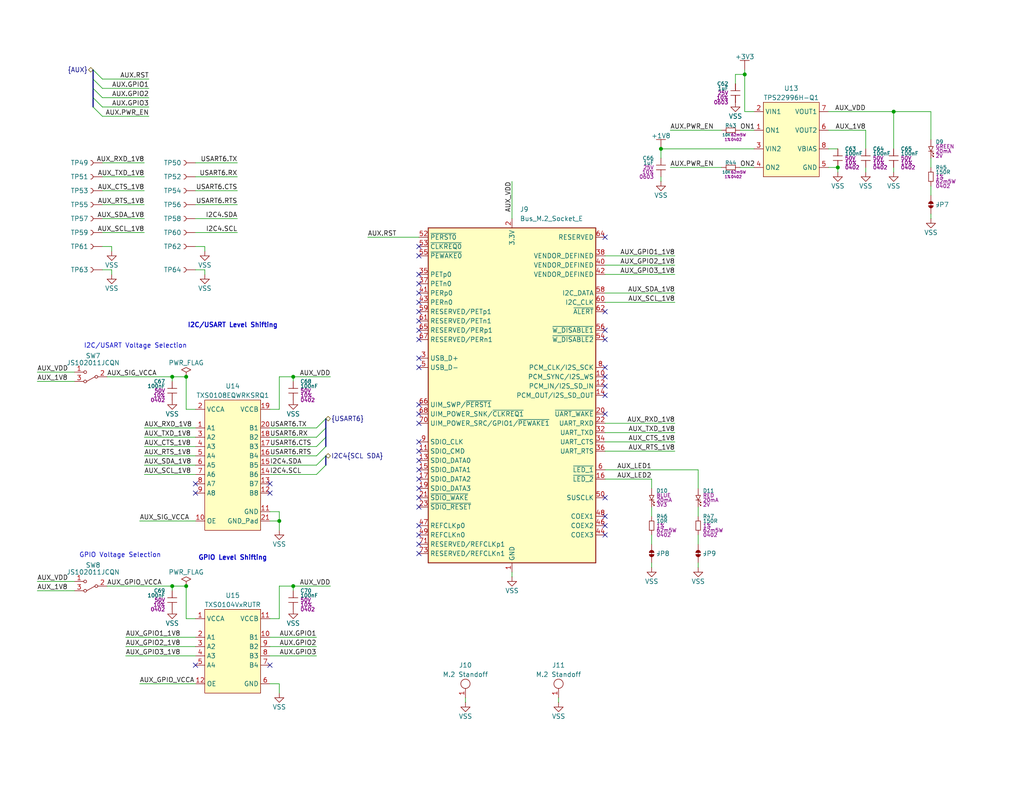
<source format=kicad_sch>
(kicad_sch (version 20250114) (generator "eeschema") (generator_version "9.0")
  (paper "USLetter")
  (title_block (title "Auxillary M.2 Card") (date "2025-03-15") (rev "1") (comment 2 "PROTOTYPE") (comment 3 "2025"))
  (text "GPIO Voltage Selection" (at 21.59 152.4 0) (effects (font (size 1.27 1.27)) (justify left bottom)))
  (text "I2C/USART Level Shifting" (at 63.5 88.9 0) (effects (font (size 1.27 1.27) (thickness 0.254) (bold yes))))
  (text "I2C/USART Voltage Selection" (at 22.86 95.25 0) (effects (font (size 1.27 1.27)) (justify left bottom)))
  (text "GPIO Level Shifting" (at 63.5 152.4 0) (effects (font (size 1.27 1.27) (thickness 0.254) (bold yes))))
  (junction (at 76.2 142.24))
  (junction (at 46.99 102.87))
  (junction (at 243.84 30.48))
  (junction (at 46.99 160.02))
  (junction (at 180.34 40.64))
  (junction (at 50.8 102.87))
  (junction (at 50.8 160.02))
  (junction (at 80.01 102.87))
  (junction (at 228.6 45.72))
  (junction (at 80.01 160.02))
  (junction (at 203.2 20.32))
  (no_connect (at 165.1 107.95))
  (no_connect (at 165.1 105.41))
  (no_connect (at 165.1 85.09))
  (no_connect (at 165.1 64.77))
  (no_connect (at 73.66 134.62))
  (no_connect (at 165.1 146.05))
  (no_connect (at 114.3 110.49))
  (no_connect (at 165.1 92.71))
  (no_connect (at 114.3 148.59))
  (no_connect (at 165.1 143.51))
  (no_connect (at 114.3 138.43))
  (no_connect (at 114.3 74.93))
  (no_connect (at 53.34 132.08))
  (no_connect (at 165.1 140.97))
  (no_connect (at 114.3 100.33))
  (no_connect (at 114.3 77.47))
  (no_connect (at 114.3 69.85))
  (no_connect (at 114.3 90.17))
  (no_connect (at 165.1 100.33))
  (no_connect (at 114.3 120.65))
  (no_connect (at 114.3 123.19))
  (no_connect (at 114.3 87.63))
  (no_connect (at 114.3 113.03))
  (no_connect (at 114.3 151.13))
  (no_connect (at 73.66 181.61))
  (no_connect (at 114.3 125.73))
  (no_connect (at 114.3 133.35))
  (no_connect (at 165.1 113.03))
  (no_connect (at 114.3 130.81))
  (no_connect (at 114.3 128.27))
  (no_connect (at 114.3 146.05))
  (no_connect (at 73.66 132.08))
  (no_connect (at 53.34 134.62))
  (no_connect (at 114.3 82.55))
  (no_connect (at 114.3 135.89))
  (no_connect (at 114.3 115.57))
  (no_connect (at 53.34 181.61))
  (no_connect (at 114.3 80.01))
  (no_connect (at 114.3 67.31))
  (no_connect (at 165.1 90.17))
  (no_connect (at 114.3 92.71))
  (no_connect (at 114.3 85.09))
  (no_connect (at 114.3 97.79))
  (no_connect (at 165.1 135.89))
  (no_connect (at 114.3 143.51))
  (no_connect (at 165.1 102.87))
  (bus_entry (at 86.36 121.92) (size 2.54 -2.54))
  (bus_entry (at 27.94 31.75) (size -2.54 -2.54))
  (bus_entry (at 27.94 21.59) (size -2.54 -2.54))
  (bus_entry (at 86.36 119.38) (size 2.54 -2.54))
  (bus_entry (at 86.36 124.46) (size 2.54 -2.54))
  (bus_entry (at 86.36 127) (size 2.54 -2.54))
  (bus_entry (at 86.36 116.84) (size 2.54 -2.54))
  (bus_entry (at 27.94 24.13) (size -2.54 -2.54))
  (bus_entry (at 27.94 29.21) (size -2.54 -2.54))
  (bus_entry (at 27.94 26.67) (size -2.54 -2.54))
  (bus_entry (at 86.36 129.54) (size 2.54 -2.54))
  (wire (pts (xy 27.94 31.75) (xy 40.64 31.75)))
  (wire (pts (xy 228.6 46.99) (xy 228.6 45.72)))
  (wire (pts (xy 73.66 129.54) (xy 86.36 129.54)))
  (wire (pts (xy 243.84 30.48) (xy 243.84 40.64)))
  (bus (pts (xy 25.4 26.67) (xy 25.4 29.21)))
  (wire (pts (xy 64.77 55.88) (xy 53.34 55.88)))
  (wire (pts (xy 76.2 160.02) (xy 76.2 168.91)))
  (wire (pts (xy 243.84 30.48) (xy 254 30.48)))
  (wire (pts (xy 180.34 40.64) (xy 180.34 43.18)))
  (wire (pts (xy 228.6 45.72) (xy 226.06 45.72)))
  (wire (pts (xy 50.8 111.76) (xy 53.34 111.76)))
  (wire (pts (xy 180.34 48.26) (xy 180.34 49.53)))
  (wire (pts (xy 76.2 144.78) (xy 76.2 142.24)))
  (wire (pts (xy 236.22 35.56) (xy 236.22 40.64)))
  (wire (pts (xy 177.8 130.81) (xy 165.1 130.81)))
  (bus (pts (xy 25.4 24.13) (xy 25.4 26.67)))
  (wire (pts (xy 55.88 67.31) (xy 53.34 67.31)))
  (wire (pts (xy 203.2 20.32) (xy 203.2 30.48)))
  (bus (pts (xy 88.9 116.84) (xy 88.9 119.38)))
  (wire (pts (xy 38.1 142.24) (xy 53.34 142.24)))
  (wire (pts (xy 46.99 104.14) (xy 46.99 102.87)))
  (bus (pts (xy 88.9 119.38) (xy 88.9 121.92)))
  (bus (pts (xy 25.4 21.59) (xy 25.4 24.13)))
  (wire (pts (xy 86.36 176.53) (xy 73.66 176.53)))
  (wire (pts (xy 64.77 63.5) (xy 53.34 63.5)))
  (wire (pts (xy 90.17 160.02) (xy 80.01 160.02)))
  (wire (pts (xy 165.1 69.85) (xy 184.15 69.85)))
  (wire (pts (xy 165.1 82.55) (xy 184.15 82.55)))
  (wire (pts (xy 73.66 142.24) (xy 76.2 142.24)))
  (wire (pts (xy 177.8 138.43) (xy 177.8 140.97)))
  (wire (pts (xy 39.37 48.26) (xy 27.94 48.26)))
  (wire (pts (xy 39.37 55.88) (xy 27.94 55.88)))
  (wire (pts (xy 203.2 30.48) (xy 205.74 30.48)))
  (wire (pts (xy 39.37 52.07) (xy 27.94 52.07)))
  (wire (pts (xy 39.37 116.84) (xy 53.34 116.84)))
  (wire (pts (xy 30.48 73.66) (xy 27.94 73.66)))
  (wire (pts (xy 76.2 102.87) (xy 76.2 111.76)))
  (wire (pts (xy 40.64 29.21) (xy 27.94 29.21)))
  (wire (pts (xy 127 190.5) (xy 127 191.77)))
  (wire (pts (xy 190.5 153.67) (xy 190.5 154.94)))
  (wire (pts (xy 86.36 179.07) (xy 73.66 179.07)))
  (wire (pts (xy 64.77 48.26) (xy 53.34 48.26)))
  (wire (pts (xy 64.77 52.07) (xy 53.34 52.07)))
  (wire (pts (xy 53.34 179.07) (xy 34.29 179.07)))
  (wire (pts (xy 30.48 68.58) (xy 30.48 67.31)))
  (wire (pts (xy 46.99 161.29) (xy 46.99 160.02)))
  (wire (pts (xy 254 30.48) (xy 254 38.1)))
  (wire (pts (xy 73.66 119.38) (xy 86.36 119.38)))
  (wire (pts (xy 177.8 153.67) (xy 177.8 154.94)))
  (wire (pts (xy 165.1 80.01) (xy 184.15 80.01)))
  (wire (pts (xy 55.88 68.58) (xy 55.88 67.31)))
  (wire (pts (xy 64.77 44.45) (xy 53.34 44.45)))
  (wire (pts (xy 10.16 104.14) (xy 20.32 104.14)))
  (wire (pts (xy 73.66 124.46) (xy 86.36 124.46)))
  (wire (pts (xy 64.77 59.69) (xy 53.34 59.69)))
  (wire (pts (xy 165.1 72.39) (xy 184.15 72.39)))
  (wire (pts (xy 201.93 45.72) (xy 205.74 45.72)))
  (wire (pts (xy 254 43.18) (xy 254 45.72)))
  (wire (pts (xy 165.1 120.65) (xy 184.15 120.65)))
  (wire (pts (xy 53.34 173.99) (xy 34.29 173.99)))
  (wire (pts (xy 76.2 168.91) (xy 73.66 168.91)))
  (wire (pts (xy 190.5 138.43) (xy 190.5 140.97)))
  (wire (pts (xy 182.88 35.56) (xy 196.85 35.56)))
  (wire (pts (xy 10.16 161.29) (xy 20.32 161.29)))
  (wire (pts (xy 10.16 158.75) (xy 20.32 158.75)))
  (wire (pts (xy 165.1 118.11) (xy 184.15 118.11)))
  (wire (pts (xy 40.64 26.67) (xy 27.94 26.67)))
  (wire (pts (xy 53.34 127) (xy 39.37 127)))
  (wire (pts (xy 165.1 115.57) (xy 184.15 115.57)))
  (bus (pts (xy 88.9 127) (xy 88.9 124.46)))
  (wire (pts (xy 152.4 190.5) (xy 152.4 191.77)))
  (wire (pts (xy 177.8 133.35) (xy 177.8 130.81)))
  (wire (pts (xy 86.36 173.99) (xy 73.66 173.99)))
  (wire (pts (xy 200.66 20.32) (xy 200.66 22.86)))
  (wire (pts (xy 73.66 186.69) (xy 76.2 186.69)))
  (wire (pts (xy 226.06 35.56) (xy 236.22 35.56)))
  (wire (pts (xy 30.48 67.31) (xy 27.94 67.31)))
  (wire (pts (xy 38.1 186.69) (xy 53.34 186.69)))
  (wire (pts (xy 39.37 124.46) (xy 53.34 124.46)))
  (wire (pts (xy 39.37 63.5) (xy 27.94 63.5)))
  (wire (pts (xy 165.1 128.27) (xy 190.5 128.27)))
  (wire (pts (xy 39.37 44.45) (xy 27.94 44.45)))
  (wire (pts (xy 80.01 104.14) (xy 80.01 102.87)))
  (wire (pts (xy 182.88 45.72) (xy 196.85 45.72)))
  (wire (pts (xy 73.66 121.92) (xy 86.36 121.92)))
  (wire (pts (xy 40.64 21.59) (xy 27.94 21.59)))
  (wire (pts (xy 139.7 156.21) (xy 139.7 157.48)))
  (wire (pts (xy 165.1 74.93) (xy 184.15 74.93)))
  (wire (pts (xy 30.48 74.93) (xy 30.48 73.66)))
  (wire (pts (xy 184.15 123.19) (xy 165.1 123.19)))
  (wire (pts (xy 201.93 35.56) (xy 205.74 35.56)))
  (wire (pts (xy 177.8 146.05) (xy 177.8 148.59)))
  (wire (pts (xy 10.16 101.6) (xy 20.32 101.6)))
  (wire (pts (xy 50.8 160.02) (xy 50.8 168.91)))
  (wire (pts (xy 254 50.8) (xy 254 53.34)))
  (wire (pts (xy 46.99 102.87) (xy 50.8 102.87)))
  (wire (pts (xy 29.21 160.02) (xy 46.99 160.02)))
  (wire (pts (xy 39.37 59.69) (xy 27.94 59.69)))
  (wire (pts (xy 76.2 142.24) (xy 76.2 139.7)))
  (bus (pts (xy 88.9 114.3) (xy 88.9 116.84)))
  (wire (pts (xy 46.99 160.02) (xy 50.8 160.02)))
  (wire (pts (xy 55.88 74.93) (xy 55.88 73.66)))
  (wire (pts (xy 73.66 116.84) (xy 86.36 116.84)))
  (wire (pts (xy 180.34 40.64) (xy 205.74 40.64)))
  (wire (pts (xy 40.64 24.13) (xy 27.94 24.13)))
  (wire (pts (xy 73.66 127) (xy 86.36 127)))
  (wire (pts (xy 50.8 102.87) (xy 50.8 111.76)))
  (wire (pts (xy 203.2 19.05) (xy 203.2 20.32)))
  (bus (pts (xy 25.4 19.05) (xy 25.4 21.59)))
  (wire (pts (xy 226.06 40.64) (xy 228.6 40.64)))
  (wire (pts (xy 39.37 119.38) (xy 53.34 119.38)))
  (wire (pts (xy 100.33 64.77) (xy 114.3 64.77)))
  (wire (pts (xy 90.17 102.87) (xy 80.01 102.87)))
  (wire (pts (xy 190.5 146.05) (xy 190.5 148.59)))
  (wire (pts (xy 200.66 20.32) (xy 203.2 20.32)))
  (wire (pts (xy 80.01 161.29) (xy 80.01 160.02)))
  (wire (pts (xy 226.06 30.48) (xy 243.84 30.48)))
  (wire (pts (xy 243.84 46.99) (xy 243.84 45.72)))
  (wire (pts (xy 76.2 189.23) (xy 76.2 186.69)))
  (wire (pts (xy 76.2 139.7) (xy 73.66 139.7)))
  (wire (pts (xy 50.8 168.91) (xy 53.34 168.91)))
  (wire (pts (xy 55.88 73.66) (xy 53.34 73.66)))
  (wire (pts (xy 39.37 121.92) (xy 53.34 121.92)))
  (wire (pts (xy 53.34 176.53) (xy 34.29 176.53)))
  (wire (pts (xy 29.21 102.87) (xy 46.99 102.87)))
  (wire (pts (xy 80.01 160.02) (xy 76.2 160.02)))
  (wire (pts (xy 139.7 49.53) (xy 139.7 59.69)))
  (wire (pts (xy 80.01 102.87) (xy 76.2 102.87)))
  (wire (pts (xy 190.5 128.27) (xy 190.5 133.35)))
  (wire (pts (xy 53.34 129.54) (xy 39.37 129.54)))
  (wire (pts (xy 236.22 46.99) (xy 236.22 45.72)))
  (wire (pts (xy 254 58.42) (xy 254 59.69)))
  (wire (pts (xy 76.2 111.76) (xy 73.66 111.76)))
  (label "USART6.RX" (at 73.66 119.38 0))
  (label "AUX_CTS_1V8" (at 184.15 120.65 180))
  (label "AUX_RXD_1V8" (at 184.15 115.57 180))
  (label "AUX.PWR_EN" (at 182.88 35.56 0))
  (label "AUX_SDA_1V8" (at 39.37 127 0))
  (label "AUX_GPIO1_1V8" (at 184.15 69.85 180))
  (label "AUX_GPIO3_1V8" (at 184.15 74.93 180))
  (label "AUX.GPIO2" (at 40.64 26.67 180))
  (label "AUX_VDD" (at 139.7 49.53 270))
  (label "AUX_CTS_1V8" (at 39.37 52.07 180))
  (label "AUX_GPIO3_1V8" (at 34.29 179.07 0))
  (label "I2C4.SCL" (at 73.66 129.54 0))
  (label "AUX_SCL_1V8" (at 39.37 63.5 180))
  (label "AUX_SIG_VCCA" (at 29.21 102.87 0))
  (label "USART6.RTS" (at 73.66 124.46 0))
  (label "USART6.RTS" (at 64.77 55.88 180))
  (label "AUX_RXD_1V8" (at 39.37 44.45 180))
  (label "AUX_CTS_1V8" (at 39.37 121.92 0))
  (label "ON2" (at 201.93 45.72 0))
  (label "AUX_GPIO_VCCA" (at 38.1 186.69 0))
  (label "AUX_GPIO2_1V8" (at 184.15 72.39 180))
  (label "AUX_1V8" (at 10.16 104.14 0))
  (label "AUX_SDA_1V8" (at 39.37 59.69 180))
  (label "AUX.RST" (at 100.33 64.77 0))
  (label "AUX.GPIO1" (at 40.64 24.13 180))
  (label "I2C4.SCL" (at 64.77 63.5 180))
  (label "AUX_VDD" (at 10.16 158.75 0))
  (label "AUX_RTS_1V8" (at 39.37 55.88 180))
  (label "AUX_1V8" (at 10.16 161.29 0))
  (label "AUX_SDA_1V8" (at 184.15 80.01 180))
  (label "AUX_TXD_1V8" (at 39.37 48.26 180))
  (label "USART6.RX" (at 64.77 48.26 180))
  (label "AUX_1V8" (at 236.22 35.56 180))
  (label "I2C4.SDA" (at 64.77 59.69 180))
  (label "AUX.GPIO3" (at 86.36 179.07 180))
  (label "AUX_VDD" (at 90.17 160.02 180))
  (label "AUX.PWR_EN" (at 40.64 31.75 180))
  (label "USART6.CTS" (at 64.77 52.07 180))
  (label "AUX.GPIO1" (at 86.36 173.99 180))
  (label "AUX.GPIO3" (at 40.64 29.21 180))
  (label "AUX_GPIO_VCCA" (at 29.21 160.02 0))
  (label "AUX_GPIO1_1V8" (at 34.29 173.99 0))
  (label "AUX_SCL_1V8" (at 39.37 129.54 0))
  (label "AUX_TXD_1V8" (at 184.15 118.11 180))
  (label "AUX_SCL_1V8" (at 184.15 82.55 180))
  (label "AUX_VDD" (at 90.17 102.87 180))
  (label "AUX_LED1" (at 177.8 128.27 180))
  (label "AUX_TXD_1V8" (at 39.37 119.38 0))
  (label "AUX.RST" (at 40.64 21.59 180))
  (label "AUX_LED2" (at 177.8 130.81 180))
  (label "AUX.PWR_EN" (at 182.88 45.72 0))
  (label "AUX_VDD" (at 236.22 30.48 180))
  (label "ON1" (at 201.93 35.56 0))
  (label "AUX_VDD" (at 10.16 101.6 0))
  (label "USART6.CTS" (at 73.66 121.92 0))
  (label "AUX_RXD_1V8" (at 39.37 116.84 0))
  (label "AUX_SIG_VCCA" (at 38.1 142.24 0))
  (label "AUX_RTS_1V8" (at 184.15 123.19 180))
  (label "AUX.GPIO2" (at 86.36 176.53 180))
  (label "USART6.TX" (at 73.66 116.84 0))
  (label "USART6.TX" (at 64.77 44.45 180))
  (label "AUX_GPIO2_1V8" (at 34.29 176.53 0))
  (label "I2C4.SDA" (at 73.66 127 0))
  (label "AUX_RTS_1V8" (at 39.37 124.46 0))
  (hierarchical_label "{AUX}" (shape bidirectional) (at 25.4 19.05 180))
  (hierarchical_label "I2C4{SCL SDA}" (shape bidirectional) (at 88.9 124.46 0))
  (hierarchical_label "{USART6}" (shape bidirectional) (at 88.9 114.3 0))
  (symbol (lib_id "lib_pwr:VSS") (at 46.99 166.37 0) (unit 1)
    (property "Reference" "#PWR0162" (effects (hide yes)))
    (property "Value" "VSS" (at 46.99 170.18 0))
  )
  (symbol (lib_id "lib_sch:Testpoint") (at 50.8 63.5 0) (unit 1) (in_bom no)
    (property "Reference" "TP60" (at 49.53 63.5 0) (effects (justify right)))
    (property "Manufacturer" "N/A" (effects (hide yes)))
    (property "MPN" "N/A" (effects (hide yes)))
    (property "DKPN" "N/A" (effects (hide yes)))
  )
  (symbol (lib_id "lib_pwr:VSS") (at 80.01 109.22 0) (unit 1)
    (property "Reference" "#PWR0157" (effects (hide yes)))
    (property "Value" "VSS" (at 80.01 113.03 0))
  )
  (symbol (lib_id "lib_sch:Mounting-Hole") (at 127 186.69 0) (unit 1)
    (property "Reference" "J10" (at 127 181.61 0))
    (property "Value" "M.2 Standoff" (at 127 184.15 0))
    (property "Datasheet" "datasheets/ATTEND-Technology-123A-NUT-42.pdf" (effects (hide yes)))
    (property "Description" "NUT M3 H=2.45MM, FOR M.2 CONN H=4.2" (effects (hide yes)))
    (property "Manufacturer" "ATTEND Technology" (effects (hide yes)))
    (property "MPN" "123A-NUT-42" (effects (hide yes)))
    (property "DKPN" "4827-123A-NUT-42CT-ND" (effects (hide yes)))
  )
  (symbol (lib_id "lib_pwr:VSS") (at 30.48 68.58 0) (unit 1)
    (property "Reference" "#PWR0152" (effects (hide yes)))
    (property "Value" "VSS" (at 30.48 72.39 0))
  )
  (symbol (lib_id "lib_sch:Mounting-Hole") (at 152.4 186.69 0) (unit 1)
    (property "Reference" "J11" (at 152.4 181.61 0))
    (property "Value" "M.2 Standoff" (at 152.4 184.15 0))
    (property "Datasheet" "datasheets/ATTEND-Technology-123A-NUT-42.pdf" (effects (hide yes)))
    (property "Description" "NUT M3 H=2.45MM, FOR M.2 CONN H=4.2" (effects (hide yes)))
    (property "Manufacturer" "ATTEND Technology" (effects (hide yes)))
    (property "MPN" "123A-NUT-42" (effects (hide yes)))
    (property "DKPN" "4827-123A-NUT-42CT-ND" (effects (hide yes)))
  )
  (symbol (lib_id "lib_sch:R") (at 177.8 143.51 0) (unit 1)
    (property "Reference" "R46" (at 179.07 140.97 0) (effects (font (size 1.016 1.016)) (justify left)))
    (property "Value" "10R" (at 179.07 142.24 0) (effects (font (size 1.016 1.016)) (justify left)))
    (property "Datasheet" "datasheets/Vishay-Dale-DCRCWe3.pdf" (effects (hide yes)))
    (property "Description" "RES SMD 10 OHM 1% 1/16W 0402" (effects (hide yes)))
    (property "Manufacturer" "Vishay Dale" (effects (hide yes)))
    (property "MPN" "CRCW040210R0FKED" (effects (hide yes)))
    (property "DKPN" "541-10.0LCT-ND" (effects (hide yes)))
    (property "Tolerance" "1%" (at 179.07 143.51 0) (effects (font (size 1.016 1.016)) (justify left)))
    (property "Power Rating" "62m5W" (at 179.07 144.78 0) (effects (font (size 1.016 1.016)) (justify left)))
    (property "Package" "0402" (at 179.07 146.05 0) (effects (font (size 1.016 1.016)) (justify left)))
  )
  (symbol (lib_id "lib_sch:C") (at 80.01 106.68 0) (unit 1)
    (property "Reference" "C68" (at 81.915 104.14 0) (effects (font (size 1.016 1.016)) (justify left)))
    (property "Value" "100nF" (at 81.915 105.41 0) (effects (font (size 1.016 1.016)) (justify left)))
    (property "Datasheet" "datasheets/Murata-Electronics-GRT155R71H104KE01.pdf" (effects (hide yes)))
    (property "Description" "CAP CER 0.1UF 50V X7R 0402" (effects (hide yes)))
    (property "Manufacturer" "Murata Electronics" (effects (hide yes)))
    (property "MPN" "GRT155R71H104KE01D" (effects (hide yes)))
    (property "DKPN" "490-GRT155R71H104KE01DCT-ND" (effects (hide yes)))
    (property "Tolerance" "10%" (at 81.915 107.95 0) (effects (font (size 1.016 1.016)) (justify left)))
    (property "Voltage Rating" "50V" (at 81.915 106.68 0) (effects (font (size 1.016 1.016)) (justify left)))
    (property "Package" "0402" (at 81.915 109.22 0) (effects (font (size 1.016 1.016)) (justify left)))
  )
  (symbol (lib_id "lib_sch:Testpoint") (at 50.8 59.69 0) (unit 1) (in_bom no)
    (property "Reference" "TP58" (at 49.53 59.69 0) (effects (justify right)))
    (property "Manufacturer" "N/A" (effects (hide yes)))
    (property "MPN" "N/A" (effects (hide yes)))
    (property "DKPN" "N/A" (effects (hide yes)))
  )
  (symbol (lib_id "lib_sch:C") (at 243.84 43.18 0) (unit 1)
    (property "Reference" "C65" (at 245.745 40.64 0) (effects (font (size 1.016 1.016)) (justify left)))
    (property "Value" "100nF" (at 245.745 41.91 0) (effects (font (size 1.016 1.016)) (justify left)))
    (property "Datasheet" "datasheets/Murata-Electronics-GRT155R71H104KE01.pdf" (effects (hide yes)))
    (property "Description" "CAP CER 0.1UF 50V X7R 0402" (effects (hide yes)))
    (property "Manufacturer" "Murata Electronics" (effects (hide yes)))
    (property "MPN" "GRT155R71H104KE01D" (effects (hide yes)))
    (property "DKPN" "490-GRT155R71H104KE01DCT-ND" (effects (hide yes)))
    (property "Tolerance" "10%" (at 245.745 44.45 0) (effects (font (size 1.016 1.016)) (justify left)))
    (property "Voltage Rating" "50V" (at 245.745 43.18 0) (effects (font (size 1.016 1.016)) (justify left)))
    (property "Package" "0402" (at 245.745 45.72 0) (effects (font (size 1.016 1.016)) (justify left)))
  )
  (symbol (lib_id "lib_pwr:VSS") (at 55.88 68.58 0) (unit 1)
    (property "Reference" "#PWR0153" (effects (hide yes)))
    (property "Value" "VSS" (at 55.88 72.39 0))
  )
  (symbol (lib_id "lib_sch:Testpoint") (at 50.8 48.26 0) (unit 1) (in_bom no)
    (property "Reference" "TP52" (at 49.53 48.26 0) (effects (justify right)))
    (property "Manufacturer" "N/A" (effects (hide yes)))
    (property "MPN" "N/A" (effects (hide yes)))
    (property "DKPN" "N/A" (effects (hide yes)))
  )
  (symbol (lib_id "lib_sch:LED") (at 254 40.64 0) (unit 1)
    (property "Reference" "D9" (at 255.27 38.735 0) (effects (font (size 1.016 1.016)) (justify left)))
    (property "Value" "LTST-C191KGKT" (effects (hide yes)))
    (property "Datasheet" "datasheets/Lite-On-LTST-C191KGKT.pdf" (effects (hide yes)))
    (property "Description" "LED GREEN CLEAR SMD" (effects (hide yes)))
    (property "Manufacturer" "Lite-On Inc." (effects (hide yes)))
    (property "MPN" "LTST-C191KGKT" (effects (hide yes)))
    (property "DKPN" "160-1446-1-ND" (effects (hide yes)))
    (property "Forward Voltage" "2V" (at 255.27 42.545 0) (effects (font (size 1.016 1.016)) (justify left)))
    (property "Current" "20mA" (at 255.27 41.275 0) (effects (font (size 1.016 1.016)) (justify left)))
    (property "Color" "GREEN" (at 255.27 40.005 0) (effects (font (size 1.016 1.016)) (justify left)))
  )
  (symbol (lib_id "lib_sch:TXS0104VxRUTR") (at 63.5 177.8 0) (unit 1)
    (property "Reference" "U15" (at 63.5 162.56 0))
    (property "Value" "TXS0104VxRUTR" (at 63.5 165.1 0))
    (property "Datasheet" "datasheets/Texas-Instruments-TXS0104V.pdf" (effects (hide yes)))
    (property "Description" "Voltage Level Translator Bidirectional 1 Circuit 4 Channel 24Mbps" (effects (hide yes)))
    (property "Manufacturer" "Texas Instruments" (effects (hide yes)))
    (property "MPN" "TXS0104VQRUTRQ1" (effects (hide yes)))
    (property "DKPN" "296-TXS0104VQRUTRQ1CT-ND" (effects (hide yes)))
  )
  (symbol (lib_id "lib_sch:SPDT") (at 25.4 102.87 0) (mirror y) (unit 1)
    (property "Reference" "SW7" (at 25.4 97.155 0))
    (property "Value" "JS102011JCQN" (at 25.4 99.06 0))
    (property "Datasheet" "datasheets/C&K-JS-Series.pdf" (effects (hide yes)))
    (property "Description" "SWITCH SLIDE SPDT 300MA 6V" (effects (hide yes)))
    (property "Manufacturer" "JS102011JCQN" (effects (hide yes)))
    (property "MPN" "C&K" (effects (hide yes)))
    (property "DKPN" "CKN10721CT-ND" (effects (hide yes)))
  )
  (symbol (lib_id "lib_sch:Jumper_2_Bridged") (at 190.5 151.13 270) (unit 1) (in_bom no)
    (property "Reference" "JP9" (at 191.77 151.13 90) (effects (justify left)))
    (property "Value" "~" (at 191.77 151.13 90) (effects (justify left)))
  )
  (symbol (lib_id "lib_pwr:VSS") (at 46.99 109.22 0) (unit 1)
    (property "Reference" "#PWR0156" (effects (hide yes)))
    (property "Value" "VSS" (at 46.99 113.03 0))
  )
  (symbol (lib_id "lib_sch:Bus_M.2_Socket_E") (at 139.7 107.95 0) (unit 1)
    (property "Reference" "J9" (at 141.8433 57.15 0) (effects (justify left)))
    (property "Value" "Bus_M.2_Socket_E" (at 141.8433 59.69 0) (effects (justify left)))
    (property "Datasheet" "datasheets/Amphenol-SSIO-PCIe-M2-Drawing.pdf" (effects (hide yes)))
    (property "Description" "M.2 Socket 1-SD Mechanical Key E" (effects (hide yes)))
    (property "Manufacturer" "Amphenol ICC (FCI)" (effects (hide yes)))
    (property "MPN" "MDT420E01001" (effects (hide yes)))
    (property "DKPN" "MDT420E01001CT-ND" (effects (hide yes)))
  )
  (symbol (lib_id "lib_pwr:+1V8") (at 180.34 40.64 0) (unit 1)
    (property "Reference" "#PWR0146" (effects (hide yes)))
    (property "Value" "+1V8" (at 180.34 37.084 0))
  )
  (symbol (lib_id "lib_sch:C") (at 46.99 163.83 0) (mirror y) (unit 1)
    (property "Reference" "C69" (at 45.085 161.29 0) (effects (font (size 1.016 1.016)) (justify left)))
    (property "Value" "100nF" (at 45.085 162.56 0) (effects (font (size 1.016 1.016)) (justify left)))
    (property "Datasheet" "datasheets/Murata-Electronics-GRT155R71H104KE01.pdf" (effects (hide yes)))
    (property "Description" "CAP CER 0.1UF 50V X7R 0402" (effects (hide yes)))
    (property "Manufacturer" "Murata Electronics" (effects (hide yes)))
    (property "MPN" "GRT155R71H104KE01D" (effects (hide yes)))
    (property "DKPN" "490-GRT155R71H104KE01DCT-ND" (effects (hide yes)))
    (property "Tolerance" "10%" (at 45.085 165.1 0) (effects (font (size 1.016 1.016)) (justify left)))
    (property "Voltage Rating" "50V" (at 45.085 163.83 0) (effects (font (size 1.016 1.016)) (justify left)))
    (property "Package" "0402" (at 45.085 166.37 0) (effects (font (size 1.016 1.016)) (justify left)))
  )
  (symbol (lib_id "lib_sch:Testpoint") (at 25.4 59.69 0) (unit 1) (in_bom no)
    (property "Reference" "TP57" (at 24.13 59.69 0) (effects (justify right)))
    (property "Manufacturer" "N/A" (effects (hide yes)))
    (property "MPN" "N/A" (effects (hide yes)))
    (property "DKPN" "N/A" (effects (hide yes)))
  )
  (symbol (lib_id "lib_sch:Testpoint") (at 25.4 67.31 0) (unit 1)
    (property "Reference" "TP61" (at 24.13 67.31 0) (effects (justify right)))
    (property "Value" "RCWCTE" (effects (hide yes)))
    (property "Datasheet" "datasheets/KOA-RC-Series.pdf" (effects (hide yes)))
    (property "Description" "PC TEST POINT" (effects (hide yes)))
    (property "Manufacturer" "KOA Speer Electronics, Inc." (effects (hide yes)))
    (property "MPN" "RCWCTE" (effects (hide yes)))
    (property "DKPN" "2019-RCWCTECT-ND" (effects (hide yes)))
  )
  (symbol (lib_id "lib_sch:R") (at 254 48.26 0) (unit 1)
    (property "Reference" "R45" (at 255.27 45.72 0) (effects (font (size 1.016 1.016)) (justify left)))
    (property "Value" "150R" (at 255.27 46.99 0) (effects (font (size 1.016 1.016)) (justify left)))
    (property "Datasheet" "datasheets/Vishay-Dale-DCRCWe3.pdf" (effects (hide yes)))
    (property "Description" "RES SMD 150 OHM 1% 1/16W 0402" (effects (hide yes)))
    (property "Manufacturer" "Vishay Dale" (effects (hide yes)))
    (property "MPN" "CRCW0402150RFKED" (effects (hide yes)))
    (property "DKPN" "541-150LCT-ND" (effects (hide yes)))
    (property "Tolerance" "1%" (at 255.27 48.26 0) (effects (font (size 1.016 1.016)) (justify left)))
    (property "Power Rating" "62m5W" (at 255.27 49.53 0) (effects (font (size 1.016 1.016)) (justify left)))
    (property "Package" "0402" (at 255.27 50.8 0) (effects (font (size 1.016 1.016)) (justify left)))
  )
  (symbol (lib_id "lib_sch:TXS0108EQWRKSRQ1") (at 63.5 127 0) (unit 1)
    (property "Reference" "U14" (at 63.5 105.41 0))
    (property "Value" "TXS0108EQWRKSRQ1" (at 63.5 107.95 0))
    (property "Datasheet" "datasheets/Texas-Instruments-TXS0108E-Q1.pdf" (effects (hide yes)))
    (property "Description" "Automotive 8-Bit Bi-directional, Level-Shifting, Voltage Translator  for Open-Drain and Push-Pull Applications" (effects (hide yes)))
    (property "Manufacturer" "Texas Instruments" (effects (hide yes)))
    (property "MPN" "TXS0108EQWRKSRQ1" (effects (hide yes)))
    (property "DKPN" "296-TXS0108EQWRKSRQ1CT-ND" (effects (hide yes)))
  )
  (symbol (lib_id "lib_pwr:VSS") (at 127 191.77 0) (unit 1)
    (property "Reference" "#PWR0165" (effects (hide yes)))
    (property "Value" "VSS" (at 127 195.58 0))
  )
  (symbol (lib_id "lib_sch:Testpoint") (at 25.4 52.07 0) (unit 1) (in_bom no)
    (property "Reference" "TP53" (at 24.13 52.07 0) (effects (justify right)))
    (property "Manufacturer" "N/A" (effects (hide yes)))
    (property "MPN" "N/A" (effects (hide yes)))
    (property "DKPN" "N/A" (effects (hide yes)))
  )
  (symbol (lib_id "lib_sch:Jumper_2_Bridged") (at 177.8 151.13 270) (unit 1) (in_bom no)
    (property "Reference" "JP8" (at 179.07 151.13 90) (effects (justify left)))
    (property "Value" "~" (at 179.07 151.13 90) (effects (justify left)))
  )
  (symbol (lib_id "lib_sch:Testpoint") (at 25.4 63.5 0) (unit 1) (in_bom no)
    (property "Reference" "TP59" (at 24.13 63.5 0) (effects (justify right)))
    (property "Manufacturer" "N/A" (effects (hide yes)))
    (property "MPN" "N/A" (effects (hide yes)))
    (property "DKPN" "N/A" (effects (hide yes)))
  )
  (symbol (lib_id "lib_pwr:PWR_FLAG") (at 50.8 102.87 0) (unit 1)
    (property "Reference" "#FLG019" (effects (hide yes)))
    (property "Value" "PWR_FLAG" (at 50.8 99.06 0))
    (property "Description" "Special symbol for telling ERC where power comes from" (effects (hide yes)))
  )
  (symbol (lib_id "lib_pwr:VSS") (at 228.6 46.99 0) (unit 1)
    (property "Reference" "#PWR0147" (effects (hide yes)))
    (property "Value" "VSS" (at 228.6 50.8 0))
  )
  (symbol (lib_id "lib_sch:R_horizontal") (at 199.39 45.72 0) (unit 1)
    (property "Reference" "R44" (at 199.39 44.45 0) (effects (font (size 1.016 1.016))))
    (property "Value" "10K" (at 199.39 46.99 0) (effects (font (size 0.762 0.762)) (justify right)))
    (property "Datasheet" "datasheets/Vishay-Dale-DCRCWe3.pdf" (effects (hide yes)))
    (property "Description" "RES SMD 10K OHM 1% 1/16W 0402" (effects (hide yes)))
    (property "Manufacturer" "Vishay Dale" (effects (hide yes)))
    (property "MPN" "CRCW040210K0FKED" (effects (hide yes)))
    (property "DKPN" "541-10.0KLCT-ND" (effects (hide yes)))
    (property "Tolerance" "1%" (at 199.39 48.26 0) (effects (font (size 0.762 0.762)) (justify right)))
    (property "Power Rating" "62m5W" (at 199.39 46.99 0) (effects (font (size 0.762 0.762)) (justify left)))
    (property "Package" "0402" (at 199.39 48.26 0) (effects (font (size 0.762 0.762)) (justify left)))
  )
  (symbol (lib_id "lib_sch:C") (at 80.01 163.83 0) (unit 1)
    (property "Reference" "C70" (at 81.915 161.29 0) (effects (font (size 1.016 1.016)) (justify left)))
    (property "Value" "100nF" (at 81.915 162.56 0) (effects (font (size 1.016 1.016)) (justify left)))
    (property "Datasheet" "datasheets/Murata-Electronics-GRT155R71H104KE01.pdf" (effects (hide yes)))
    (property "Description" "CAP CER 0.1UF 50V X7R 0402" (effects (hide yes)))
    (property "Manufacturer" "Murata Electronics" (effects (hide yes)))
    (property "MPN" "GRT155R71H104KE01D" (effects (hide yes)))
    (property "DKPN" "490-GRT155R71H104KE01DCT-ND" (effects (hide yes)))
    (property "Tolerance" "10%" (at 81.915 165.1 0) (effects (font (size 1.016 1.016)) (justify left)))
    (property "Voltage Rating" "50V" (at 81.915 163.83 0) (effects (font (size 1.016 1.016)) (justify left)))
    (property "Package" "0402" (at 81.915 166.37 0) (effects (font (size 1.016 1.016)) (justify left)))
  )
  (symbol (lib_id "lib_pwr:VSS") (at 254 59.69 0) (unit 1)
    (property "Reference" "#PWR0151" (effects (hide yes)))
    (property "Value" "VSS" (at 254 63.5 0))
  )
  (symbol (lib_id "lib_sch:C") (at 200.66 25.4 0) (mirror y) (unit 1)
    (property "Reference" "C62" (at 198.755 22.86 0) (effects (font (size 1.016 1.016)) (justify left)))
    (property "Value" "1uF" (at 198.755 24.13 0) (effects (font (size 1.016 1.016)) (justify left)))
    (property "Datasheet" "datasheets/Murata-Electronics-GRT188R71E105KE13.pdf" (effects (hide yes)))
    (property "Description" "CAP CER 1UF 25V X7R 0603" (effects (hide yes)))
    (property "Manufacturer" "Murata Electronics" (effects (hide yes)))
    (property "MPN" "GRT188R71E105KE13D" (effects (hide yes)))
    (property "DKPN" "490-GRT188R71E105KE13DCT-ND" (effects (hide yes)))
    (property "Tolerance" "10%" (at 198.755 26.67 0) (effects (font (size 1.016 1.016)) (justify left)))
    (property "Voltage Rating" "25V" (at 198.755 25.4 0) (effects (font (size 1.016 1.016)) (justify left)))
    (property "Package" "0603" (at 198.755 27.94 0) (effects (font (size 1.016 1.016)) (justify left)))
  )
  (symbol (lib_id "lib_sch:Testpoint") (at 25.4 55.88 0) (unit 1) (in_bom no)
    (property "Reference" "TP55" (at 24.13 55.88 0) (effects (justify right)))
    (property "Manufacturer" "N/A" (effects (hide yes)))
    (property "MPN" "N/A" (effects (hide yes)))
    (property "DKPN" "N/A" (effects (hide yes)))
  )
  (symbol (lib_id "lib_pwr:VSS") (at 180.34 49.53 0) (unit 1)
    (property "Reference" "#PWR0150" (effects (hide yes)))
    (property "Value" "VSS" (at 180.34 53.34 0))
  )
  (symbol (lib_id "lib_sch:C") (at 228.6 43.18 0) (unit 1)
    (property "Reference" "C63" (at 230.505 40.64 0) (effects (font (size 1.016 1.016)) (justify left)))
    (property "Value" "100nF" (at 230.505 41.91 0) (effects (font (size 1.016 1.016)) (justify left)))
    (property "Datasheet" "datasheets/Murata-Electronics-GRT155R71H104KE01.pdf" (effects (hide yes)))
    (property "Description" "CAP CER 0.1UF 50V X7R 0402" (effects (hide yes)))
    (property "Manufacturer" "Murata Electronics" (effects (hide yes)))
    (property "MPN" "GRT155R71H104KE01D" (effects (hide yes)))
    (property "DKPN" "490-GRT155R71H104KE01DCT-ND" (effects (hide yes)))
    (property "Tolerance" "10%" (at 230.505 44.45 0) (effects (font (size 1.016 1.016)) (justify left)))
    (property "Voltage Rating" "50V" (at 230.505 43.18 0) (effects (font (size 1.016 1.016)) (justify left)))
    (property "Package" "0402" (at 230.505 45.72 0) (effects (font (size 1.016 1.016)) (justify left)))
  )
  (symbol (lib_id "lib_sch:Testpoint") (at 50.8 55.88 0) (unit 1) (in_bom no)
    (property "Reference" "TP56" (at 49.53 55.88 0) (effects (justify right)))
    (property "Manufacturer" "N/A" (effects (hide yes)))
    (property "MPN" "N/A" (effects (hide yes)))
    (property "DKPN" "N/A" (effects (hide yes)))
  )
  (symbol (lib_id "lib_sch:LED") (at 190.5 135.89 0) (unit 1)
    (property "Reference" "D11" (at 191.77 133.985 0) (effects (font (size 1.016 1.016)) (justify left)))
    (property "Value" "LTST-C191KRKT" (effects (hide yes)))
    (property "Datasheet" "datasheets/Lite-On-LTST-C191KRKT.pdf" (effects (hide yes)))
    (property "Description" "LED RED CLEAR SMD" (effects (hide yes)))
    (property "Manufacturer" "Lite-On Inc." (effects (hide yes)))
    (property "MPN" "LTST-C191KRKT" (effects (hide yes)))
    (property "DKPN" "160-1447-1-ND" (effects (hide yes)))
    (property "Forward Voltage" "2V" (at 191.77 137.795 0) (effects (font (size 1.016 1.016)) (justify left)))
    (property "Current" "20mA" (at 191.77 136.525 0) (effects (font (size 1.016 1.016)) (justify left)))
    (property "Color" "RED" (at 191.77 135.255 0) (effects (font (size 1.016 1.016)) (justify left)))
  )
  (symbol (lib_id "lib_pwr:VSS") (at 76.2 144.78 0) (unit 1)
    (property "Reference" "#PWR0158" (effects (hide yes)))
    (property "Value" "VSS" (at 76.2 148.59 0))
  )
  (symbol (lib_id "lib_sch:TPS22996H-Q1") (at 215.9 38.1 0) (unit 1)
    (property "Reference" "U13" (at 215.9 24.13 0))
    (property "Value" "TPS22996H-Q1" (at 215.9 26.67 0))
    (property "Datasheet" "datasheets/Texas-Instruments-TPS22996H-Q1.pdf" (effects (hide yes)))
    (property "Description" "5.5-V, 3-A, 19-mΩ On-Resistance Automotive Load Switch" (effects (hide yes)))
    (property "Manufacturer" "Texas Instruments" (effects (hide yes)))
    (property "MPN" "TPS22996HQDYCRQ1" (effects (hide yes)))
    (property "DKPN" "296-TPS22996HQDYCRQ1CT-ND" (effects (hide yes)))
  )
  (symbol (lib_id "lib_sch:Testpoint") (at 50.8 73.66 0) (unit 1)
    (property "Reference" "TP64" (at 49.53 73.66 0) (effects (justify right)))
    (property "Value" "RCWCTE" (effects (hide yes)))
    (property "Datasheet" "datasheets/KOA-RC-Series.pdf" (effects (hide yes)))
    (property "Description" "PC TEST POINT" (effects (hide yes)))
    (property "Manufacturer" "KOA Speer Electronics, Inc." (effects (hide yes)))
    (property "MPN" "RCWCTE" (effects (hide yes)))
    (property "DKPN" "2019-RCWCTECT-ND" (effects (hide yes)))
  )
  (symbol (lib_id "lib_sch:Testpoint") (at 25.4 48.26 0) (unit 1) (in_bom no)
    (property "Reference" "TP51" (at 24.13 48.26 0) (effects (justify right)))
    (property "Manufacturer" "N/A" (effects (hide yes)))
    (property "MPN" "N/A" (effects (hide yes)))
    (property "DKPN" "N/A" (effects (hide yes)))
  )
  (symbol (lib_id "lib_sch:Testpoint") (at 50.8 52.07 0) (unit 1) (in_bom no)
    (property "Reference" "TP54" (at 49.53 52.07 0) (effects (justify right)))
    (property "Manufacturer" "N/A" (effects (hide yes)))
    (property "MPN" "N/A" (effects (hide yes)))
    (property "DKPN" "N/A" (effects (hide yes)))
  )
  (symbol (lib_id "lib_sch:C") (at 236.22 43.18 0) (unit 1)
    (property "Reference" "C64" (at 238.125 40.64 0) (effects (font (size 1.016 1.016)) (justify left)))
    (property "Value" "100nF" (at 238.125 41.91 0) (effects (font (size 1.016 1.016)) (justify left)))
    (property "Datasheet" "datasheets/Murata-Electronics-GRT155R71H104KE01.pdf" (effects (hide yes)))
    (property "Description" "CAP CER 0.1UF 50V X7R 0402" (effects (hide yes)))
    (property "Manufacturer" "Murata Electronics" (effects (hide yes)))
    (property "MPN" "GRT155R71H104KE01D" (effects (hide yes)))
    (property "DKPN" "490-GRT155R71H104KE01DCT-ND" (effects (hide yes)))
    (property "Tolerance" "10%" (at 238.125 44.45 0) (effects (font (size 1.016 1.016)) (justify left)))
    (property "Voltage Rating" "50V" (at 238.125 43.18 0) (effects (font (size 1.016 1.016)) (justify left)))
    (property "Package" "0402" (at 238.125 45.72 0) (effects (font (size 1.016 1.016)) (justify left)))
  )
  (symbol (lib_id "lib_pwr:VSS") (at 76.2 189.23 0) (unit 1)
    (property "Reference" "#PWR0164" (effects (hide yes)))
    (property "Value" "VSS" (at 76.2 193.04 0))
  )
  (symbol (lib_id "lib_sch:Testpoint") (at 50.8 44.45 0) (unit 1) (in_bom no)
    (property "Reference" "TP50" (at 49.53 44.45 0) (effects (justify right)))
    (property "Manufacturer" "N/A" (effects (hide yes)))
    (property "MPN" "N/A" (effects (hide yes)))
    (property "DKPN" "N/A" (effects (hide yes)))
  )
  (symbol (lib_id "lib_pwr:VSS") (at 139.7 157.48 0) (unit 1)
    (property "Reference" "#PWR0161" (effects (hide yes)))
    (property "Value" "VSS" (at 139.7 161.29 0))
  )
  (symbol (lib_id "lib_sch:R_horizontal") (at 199.39 35.56 0) (unit 1)
    (property "Reference" "R43" (at 199.39 34.29 0) (effects (font (size 1.016 1.016))))
    (property "Value" "10K" (at 199.39 36.83 0) (effects (font (size 0.762 0.762)) (justify right)))
    (property "Datasheet" "datasheets/Vishay-Dale-DCRCWe3.pdf" (effects (hide yes)))
    (property "Description" "RES SMD 10K OHM 1% 1/16W 0402" (effects (hide yes)))
    (property "Manufacturer" "Vishay Dale" (effects (hide yes)))
    (property "MPN" "CRCW040210K0FKED" (effects (hide yes)))
    (property "DKPN" "541-10.0KLCT-ND" (effects (hide yes)))
    (property "Tolerance" "1%" (at 199.39 38.1 0) (effects (font (size 0.762 0.762)) (justify right)))
    (property "Power Rating" "62m5W" (at 199.39 36.83 0) (effects (font (size 0.762 0.762)) (justify left)))
    (property "Package" "0402" (at 199.39 38.1 0) (effects (font (size 0.762 0.762)) (justify left)))
  )
  (symbol (lib_id "lib_sch:LED") (at 177.8 135.89 0) (unit 1)
    (property "Reference" "D10" (at 179.07 133.985 0) (effects (font (size 1.016 1.016)) (justify left)))
    (property "Value" "LTST-C191TBKT" (effects (hide yes)))
    (property "Datasheet" "datasheets/Lite-On-LTST-C191TBKT.pdf" (effects (hide yes)))
    (property "Description" "LED BLUE CLEAR CHIP SMD" (effects (hide yes)))
    (property "Manufacturer" "Lite-On Inc." (effects (hide yes)))
    (property "MPN" "LTST-C191TBKT" (effects (hide yes)))
    (property "DKPN" "160-1647-1-ND" (effects (hide yes)))
    (property "Forward Voltage" "3V3" (at 179.07 137.795 0) (effects (font (size 1.016 1.016)) (justify left)))
    (property "Current" "20mA" (at 179.07 136.525 0) (effects (font (size 1.016 1.016)) (justify left)))
    (property "Color" "BLUE" (at 179.07 135.255 0) (effects (font (size 1.016 1.016)) (justify left)))
  )
  (symbol (lib_id "lib_sch:Jumper_2_Bridged") (at 254 55.88 270) (unit 1) (in_bom no)
    (property "Reference" "JP7" (at 255.27 55.88 90) (effects (justify left)))
    (property "Value" "~" (at 255.27 55.88 90) (effects (justify left)))
  )
  (symbol (lib_id "lib_sch:Testpoint") (at 25.4 44.45 0) (unit 1) (in_bom no)
    (property "Reference" "TP49" (at 24.13 44.45 0) (effects (justify right)))
    (property "Manufacturer" "N/A" (effects (hide yes)))
    (property "MPN" "N/A" (effects (hide yes)))
    (property "DKPN" "N/A" (effects (hide yes)))
  )
  (symbol (lib_id "lib_sch:C") (at 46.99 106.68 0) (mirror y) (unit 1)
    (property "Reference" "C67" (at 45.085 104.14 0) (effects (font (size 1.016 1.016)) (justify left)))
    (property "Value" "100nF" (at 45.085 105.41 0) (effects (font (size 1.016 1.016)) (justify left)))
    (property "Datasheet" "datasheets/Murata-Electronics-GRT155R71H104KE01.pdf" (effects (hide yes)))
    (property "Description" "CAP CER 0.1UF 50V X7R 0402" (effects (hide yes)))
    (property "Manufacturer" "Murata Electronics" (effects (hide yes)))
    (property "MPN" "GRT155R71H104KE01D" (effects (hide yes)))
    (property "DKPN" "490-GRT155R71H104KE01DCT-ND" (effects (hide yes)))
    (property "Tolerance" "10%" (at 45.085 107.95 0) (effects (font (size 1.016 1.016)) (justify left)))
    (property "Voltage Rating" "50V" (at 45.085 106.68 0) (effects (font (size 1.016 1.016)) (justify left)))
    (property "Package" "0402" (at 45.085 109.22 0) (effects (font (size 1.016 1.016)) (justify left)))
  )
  (symbol (lib_id "lib_sch:R") (at 190.5 143.51 0) (unit 1)
    (property "Reference" "R47" (at 191.77 140.97 0) (effects (font (size 1.016 1.016)) (justify left)))
    (property "Value" "150R" (at 191.77 142.24 0) (effects (font (size 1.016 1.016)) (justify left)))
    (property "Datasheet" "datasheets/Vishay-Dale-DCRCWe3.pdf" (effects (hide yes)))
    (property "Description" "RES SMD 150 OHM 1% 1/16W 0402" (effects (hide yes)))
    (property "Manufacturer" "Vishay Dale" (effects (hide yes)))
    (property "MPN" "CRCW0402150RFKED" (effects (hide yes)))
    (property "DKPN" "541-150LCT-ND" (effects (hide yes)))
    (property "Tolerance" "1%" (at 191.77 143.51 0) (effects (font (size 1.016 1.016)) (justify left)))
    (property "Power Rating" "62m5W" (at 191.77 144.78 0) (effects (font (size 1.016 1.016)) (justify left)))
    (property "Package" "0402" (at 191.77 146.05 0) (effects (font (size 1.016 1.016)) (justify left)))
  )
  (symbol (lib_id "lib_pwr:VSS") (at 177.8 154.94 0) (unit 1)
    (property "Reference" "#PWR0159" (effects (hide yes)))
    (property "Value" "VSS" (at 177.8 158.75 0))
  )
  (symbol (lib_id "lib_pwr:+3V3") (at 203.2 19.05 0) (unit 1)
    (property "Reference" "#PWR0144" (effects (hide yes)))
    (property "Value" "+3V3" (at 203.2 15.494 0))
  )
  (symbol (lib_id "lib_pwr:VSS") (at 243.84 46.99 0) (unit 1)
    (property "Reference" "#PWR0149" (effects (hide yes)))
    (property "Value" "VSS" (at 243.84 50.8 0))
  )
  (symbol (lib_id "lib_sch:Testpoint") (at 50.8 67.31 0) (unit 1)
    (property "Reference" "TP62" (at 49.53 67.31 0) (effects (justify right)))
    (property "Value" "RCWCTE" (effects (hide yes)))
    (property "Datasheet" "datasheets/KOA-RC-Series.pdf" (effects (hide yes)))
    (property "Description" "PC TEST POINT" (effects (hide yes)))
    (property "Manufacturer" "KOA Speer Electronics, Inc." (effects (hide yes)))
    (property "MPN" "RCWCTE" (effects (hide yes)))
    (property "DKPN" "2019-RCWCTECT-ND" (effects (hide yes)))
  )
  (symbol (lib_id "lib_pwr:VSS") (at 152.4 191.77 0) (unit 1)
    (property "Reference" "#PWR0166" (effects (hide yes)))
    (property "Value" "VSS" (at 152.4 195.58 0))
  )
  (symbol (lib_id "lib_sch:SPDT") (at 25.4 160.02 0) (mirror y) (unit 1)
    (property "Reference" "SW8" (at 25.4 154.305 0))
    (property "Value" "JS102011JCQN" (at 25.4 156.21 0))
    (property "Datasheet" "datasheets/C&K-JS-Series.pdf" (effects (hide yes)))
    (property "Description" "SWITCH SLIDE SPDT 300MA 6V" (effects (hide yes)))
    (property "Manufacturer" "JS102011JCQN" (effects (hide yes)))
    (property "MPN" "C&K" (effects (hide yes)))
    (property "DKPN" "CKN10721CT-ND" (effects (hide yes)))
  )
  (symbol (lib_id "lib_sch:Testpoint") (at 25.4 73.66 0) (unit 1)
    (property "Reference" "TP63" (at 24.13 73.66 0) (effects (justify right)))
    (property "Value" "RCWCTE" (effects (hide yes)))
    (property "Datasheet" "datasheets/KOA-RC-Series.pdf" (effects (hide yes)))
    (property "Description" "PC TEST POINT" (effects (hide yes)))
    (property "Manufacturer" "KOA Speer Electronics, Inc." (effects (hide yes)))
    (property "MPN" "RCWCTE" (effects (hide yes)))
    (property "DKPN" "2019-RCWCTECT-ND" (effects (hide yes)))
  )
  (symbol (lib_id "lib_pwr:VSS") (at 80.01 166.37 0) (unit 1)
    (property "Reference" "#PWR0163" (effects (hide yes)))
    (property "Value" "VSS" (at 80.01 170.18 0))
  )
  (symbol (lib_id "lib_pwr:VSS") (at 55.88 74.93 0) (unit 1)
    (property "Reference" "#PWR0155" (effects (hide yes)))
    (property "Value" "VSS" (at 55.88 78.74 0))
  )
  (symbol (lib_id "lib_pwr:VSS") (at 30.48 74.93 0) (unit 1)
    (property "Reference" "#PWR0154" (effects (hide yes)))
    (property "Value" "VSS" (at 30.48 78.74 0))
  )
  (symbol (lib_id "lib_pwr:VSS") (at 236.22 46.99 0) (unit 1)
    (property "Reference" "#PWR0148" (effects (hide yes)))
    (property "Value" "VSS" (at 236.22 50.8 0))
  )
  (symbol (lib_id "lib_pwr:PWR_FLAG") (at 50.8 160.02 0) (unit 1)
    (property "Reference" "#FLG020" (effects (hide yes)))
    (property "Value" "PWR_FLAG" (at 50.8 156.21 0))
    (property "Description" "Special symbol for telling ERC where power comes from" (effects (hide yes)))
  )
  (symbol (lib_id "lib_pwr:VSS") (at 190.5 154.94 0) (unit 1)
    (property "Reference" "#PWR0160" (effects (hide yes)))
    (property "Value" "VSS" (at 190.5 158.75 0))
  )
  (symbol (lib_id "lib_pwr:VSS") (at 200.66 27.94 0) (unit 1)
    (property "Reference" "#PWR0145" (effects (hide yes)))
    (property "Value" "VSS" (at 200.66 31.75 0))
  )
  (symbol (lib_id "lib_sch:C") (at 180.34 45.72 0) (mirror y) (unit 1)
    (property "Reference" "C66" (at 178.435 43.18 0) (effects (font (size 1.016 1.016)) (justify left)))
    (property "Value" "1uF" (at 178.435 44.45 0) (effects (font (size 1.016 1.016)) (justify left)))
    (property "Datasheet" "datasheets/Murata-Electronics-GRT188R71E105KE13.pdf" (effects (hide yes)))
    (property "Description" "CAP CER 1UF 25V X7R 0603" (effects (hide yes)))
    (property "Manufacturer" "Murata Electronics" (effects (hide yes)))
    (property "MPN" "GRT188R71E105KE13D" (effects (hide yes)))
    (property "DKPN" "490-GRT188R71E105KE13DCT-ND" (effects (hide yes)))
    (property "Tolerance" "10%" (at 178.435 46.99 0) (effects (font (size 1.016 1.016)) (justify left)))
    (property "Voltage Rating" "25V" (at 178.435 45.72 0) (effects (font (size 1.016 1.016)) (justify left)))
    (property "Package" "0603" (at 178.435 48.26 0) (effects (font (size 1.016 1.016)) (justify left)))
  )
)
</source>
